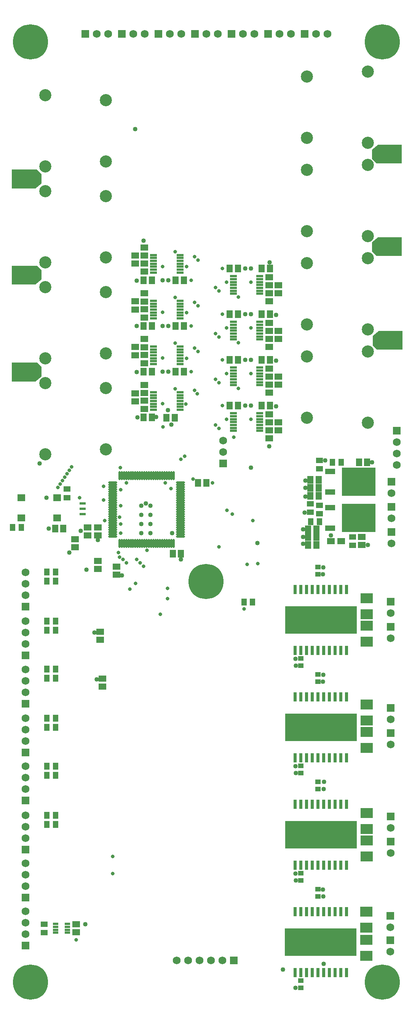
<source format=gts>
G04*
G04 #@! TF.GenerationSoftware,Altium Limited,Altium Designer,19.0.15 (446)*
G04*
G04 Layer_Color=8388736*
%FSLAX25Y25*%
%MOIN*%
G70*
G01*
G75*
%ADD20R,0.29800X0.24800*%
%ADD21R,0.09068X0.04540*%
%ADD22R,0.05328X0.06509*%
%ADD23R,0.04934X0.06312*%
%ADD24R,0.06312X0.02178*%
%ADD25R,0.04737X0.04343*%
%ADD26R,0.06902X0.05918*%
%ADD27R,0.05131X0.02375*%
%ADD28R,0.05524X0.02375*%
%ADD29R,0.10642X0.08674*%
%ADD30R,0.63000X0.24400*%
%ADD31R,0.02500X0.08300*%
%ADD32R,0.06800X0.05800*%
%ADD33R,0.06312X0.04934*%
%ADD34R,0.06509X0.05328*%
%ADD35O,0.01981X0.07887*%
%ADD36O,0.07887X0.01981*%
%ADD37R,0.06800X0.06800*%
%ADD38C,0.06800*%
%ADD39R,0.06800X0.06800*%
%ADD40C,0.30800*%
%ADD41C,0.10642*%
%ADD42C,0.04000*%
%ADD43C,0.03300*%
G36*
X26600Y563251D02*
X30400Y559451D01*
Y551069D01*
X25122Y546751D01*
X4500D01*
Y563251D01*
X26600Y563251D01*
D02*
G37*
G36*
Y647991D02*
X30400Y644191D01*
Y635809D01*
X25122Y631491D01*
X4500D01*
Y647991D01*
X26600Y647991D01*
D02*
G37*
G36*
Y732100D02*
X30400Y728300D01*
Y719918D01*
X25122Y715600D01*
X4500D01*
Y732100D01*
X26600Y732100D01*
D02*
G37*
G36*
X346400Y574509D02*
X324300Y574509D01*
X320500Y578309D01*
Y586691D01*
X325778Y591009D01*
X346400D01*
Y574509D01*
D02*
G37*
G36*
X345900Y656509D02*
X323800Y656509D01*
X320000Y660309D01*
Y668691D01*
X325278Y673009D01*
X345900D01*
Y656509D01*
D02*
G37*
G36*
Y737509D02*
X323800Y737509D01*
X320000Y741309D01*
Y749691D01*
X325278Y754009D01*
X345900D01*
Y737509D01*
D02*
G37*
D20*
X308071Y427142D02*
D03*
Y459000D02*
D03*
D21*
X283268Y418165D02*
D03*
Y436118D02*
D03*
Y467976D02*
D03*
Y450024D02*
D03*
D22*
X265957Y460543D02*
D03*
X273043D02*
D03*
X263957Y410500D02*
D03*
X271043D02*
D03*
X263957Y403727D02*
D03*
X271043D02*
D03*
X273043Y453500D02*
D03*
X265957D02*
D03*
X167657Y457900D02*
D03*
X174743D02*
D03*
X49543Y418000D02*
D03*
X42457D02*
D03*
X230429Y565457D02*
D03*
X223342D02*
D03*
X230429Y525457D02*
D03*
X223342D02*
D03*
X195343Y565457D02*
D03*
X202429D02*
D03*
X230429Y605457D02*
D03*
X223342D02*
D03*
X195343Y605457D02*
D03*
X202429D02*
D03*
X155035Y595260D02*
D03*
X147949D02*
D03*
X119949Y595260D02*
D03*
X127035D02*
D03*
X155035Y555260D02*
D03*
X147949D02*
D03*
X119949Y555260D02*
D03*
X127035D02*
D03*
X195343Y525528D02*
D03*
X202429D02*
D03*
X155035Y635382D02*
D03*
X147949D02*
D03*
X230429Y645457D02*
D03*
X223342D02*
D03*
X195343Y645457D02*
D03*
X202429D02*
D03*
X119949Y635382D02*
D03*
X127035D02*
D03*
X147043Y515000D02*
D03*
X139957D02*
D03*
X119949Y515260D02*
D03*
X127035D02*
D03*
X152543Y396000D02*
D03*
X145457D02*
D03*
X265957Y446421D02*
D03*
X273043D02*
D03*
X263957Y417087D02*
D03*
X271043D02*
D03*
X315543Y476000D02*
D03*
X308457D02*
D03*
D23*
X207760Y353500D02*
D03*
X215240D02*
D03*
X12740Y419000D02*
D03*
X5260D02*
D03*
X292740Y476000D02*
D03*
X285260D02*
D03*
X273740Y424000D02*
D03*
X266260D02*
D03*
X42740Y380000D02*
D03*
X35260D02*
D03*
X42740Y372000D02*
D03*
X35260D02*
D03*
X42740Y337000D02*
D03*
X35260D02*
D03*
X42740Y329000D02*
D03*
X35260D02*
D03*
X42740Y295000D02*
D03*
X35260D02*
D03*
Y287000D02*
D03*
X42740D02*
D03*
Y252000D02*
D03*
X35260D02*
D03*
X42740Y244000D02*
D03*
X35260D02*
D03*
X42740Y210000D02*
D03*
X35260D02*
D03*
X42740Y202000D02*
D03*
X35260D02*
D03*
X42740Y167000D02*
D03*
X35260D02*
D03*
X42740Y159000D02*
D03*
X35260D02*
D03*
D24*
X151909Y537260D02*
D03*
Y534701D02*
D03*
Y532142D02*
D03*
Y529583D02*
D03*
Y527024D02*
D03*
Y524465D02*
D03*
Y521906D02*
D03*
X128681Y521906D02*
D03*
Y524465D02*
D03*
Y527024D02*
D03*
Y529583D02*
D03*
Y532142D02*
D03*
Y534701D02*
D03*
Y537260D02*
D03*
Y577260D02*
D03*
Y574701D02*
D03*
Y572142D02*
D03*
Y569583D02*
D03*
Y567024D02*
D03*
Y564465D02*
D03*
Y561905D02*
D03*
X151909Y561905D02*
D03*
Y564465D02*
D03*
Y567024D02*
D03*
Y569583D02*
D03*
Y572142D02*
D03*
Y574701D02*
D03*
Y577260D02*
D03*
Y617260D02*
D03*
Y614701D02*
D03*
Y612142D02*
D03*
Y609583D02*
D03*
Y607024D02*
D03*
Y604465D02*
D03*
Y601905D02*
D03*
X128681Y601905D02*
D03*
Y604465D02*
D03*
Y607024D02*
D03*
Y609583D02*
D03*
Y612142D02*
D03*
Y614701D02*
D03*
Y617260D02*
D03*
Y657382D02*
D03*
Y654823D02*
D03*
Y652264D02*
D03*
Y649705D02*
D03*
Y647146D02*
D03*
Y644587D02*
D03*
Y642028D02*
D03*
X151909Y642028D02*
D03*
Y644587D02*
D03*
Y647146D02*
D03*
Y649705D02*
D03*
Y652264D02*
D03*
Y654823D02*
D03*
Y657382D02*
D03*
X198468Y623457D02*
D03*
Y626016D02*
D03*
Y628575D02*
D03*
Y631134D02*
D03*
Y633693D02*
D03*
Y636252D02*
D03*
Y638811D02*
D03*
X221697Y638811D02*
D03*
Y636252D02*
D03*
Y633693D02*
D03*
Y631134D02*
D03*
Y628575D02*
D03*
Y626016D02*
D03*
Y623457D02*
D03*
Y583457D02*
D03*
Y586016D02*
D03*
Y588575D02*
D03*
Y591134D02*
D03*
Y593693D02*
D03*
Y596252D02*
D03*
Y598811D02*
D03*
X198468Y598811D02*
D03*
Y596252D02*
D03*
Y593693D02*
D03*
Y591134D02*
D03*
Y588575D02*
D03*
Y586016D02*
D03*
Y583457D02*
D03*
Y543457D02*
D03*
Y546016D02*
D03*
Y548575D02*
D03*
Y551134D02*
D03*
Y553693D02*
D03*
Y556252D02*
D03*
Y558811D02*
D03*
X221697Y558811D02*
D03*
Y556252D02*
D03*
Y553693D02*
D03*
Y551134D02*
D03*
Y548575D02*
D03*
Y546016D02*
D03*
Y543457D02*
D03*
Y503457D02*
D03*
Y506016D02*
D03*
Y508575D02*
D03*
Y511134D02*
D03*
Y513693D02*
D03*
Y516252D02*
D03*
Y518811D02*
D03*
X198468Y518811D02*
D03*
Y516252D02*
D03*
Y513693D02*
D03*
Y511134D02*
D03*
Y508575D02*
D03*
Y506016D02*
D03*
Y503457D02*
D03*
D25*
X257500Y22150D02*
D03*
Y15850D02*
D03*
X272600Y377850D02*
D03*
Y384150D02*
D03*
X257600Y297850D02*
D03*
Y304150D02*
D03*
X272600Y290150D02*
D03*
Y283850D02*
D03*
X257600Y203850D02*
D03*
Y210150D02*
D03*
X272600Y196150D02*
D03*
Y189850D02*
D03*
X257600Y109850D02*
D03*
Y116150D02*
D03*
X272500Y102150D02*
D03*
Y95850D02*
D03*
D26*
X44248Y427142D02*
D03*
X12752D02*
D03*
X44248Y444858D02*
D03*
X12752D02*
D03*
D27*
X42882Y71839D02*
D03*
Y69279D02*
D03*
Y66720D02*
D03*
Y64161D02*
D03*
X53118Y71839D02*
D03*
Y69279D02*
D03*
Y66720D02*
D03*
Y64161D02*
D03*
D28*
X66602Y430626D02*
D03*
Y435350D02*
D03*
Y440075D02*
D03*
D29*
X315000Y44024D02*
D03*
Y58000D02*
D03*
X315124Y357000D02*
D03*
Y343024D02*
D03*
Y333000D02*
D03*
Y319024D02*
D03*
X315100Y263976D02*
D03*
Y250000D02*
D03*
Y226024D02*
D03*
Y240000D02*
D03*
Y168976D02*
D03*
Y155000D02*
D03*
Y145000D02*
D03*
Y131024D02*
D03*
X315024Y82476D02*
D03*
Y68500D02*
D03*
D30*
X275000Y56000D02*
D03*
X275100Y338000D02*
D03*
Y244000D02*
D03*
Y150000D02*
D03*
D31*
X297500Y29400D02*
D03*
X292500D02*
D03*
X287500D02*
D03*
X282500D02*
D03*
X277500D02*
D03*
X272500D02*
D03*
X267500D02*
D03*
X262500D02*
D03*
X257500D02*
D03*
X252500D02*
D03*
Y82600D02*
D03*
X257500D02*
D03*
X262500D02*
D03*
X267500D02*
D03*
X272500D02*
D03*
X277500D02*
D03*
X282500D02*
D03*
X287500D02*
D03*
X292500D02*
D03*
X297500D02*
D03*
X297600Y364600D02*
D03*
X292600D02*
D03*
X287600D02*
D03*
X282600D02*
D03*
X277600D02*
D03*
X272600D02*
D03*
X267600D02*
D03*
X262600D02*
D03*
X257600D02*
D03*
X252600D02*
D03*
Y311400D02*
D03*
X257600D02*
D03*
X262600D02*
D03*
X267600D02*
D03*
X272600D02*
D03*
X277600D02*
D03*
X282600D02*
D03*
X287600D02*
D03*
X292600D02*
D03*
X297600D02*
D03*
Y270600D02*
D03*
X292600D02*
D03*
X287600D02*
D03*
X282600D02*
D03*
X277600D02*
D03*
X272600D02*
D03*
X267600D02*
D03*
X262600D02*
D03*
X257600D02*
D03*
X252600D02*
D03*
Y217400D02*
D03*
X257600D02*
D03*
X262600D02*
D03*
X267600D02*
D03*
X272600D02*
D03*
X277600D02*
D03*
X282600D02*
D03*
X287600D02*
D03*
X292600D02*
D03*
X297600D02*
D03*
Y176600D02*
D03*
X292600D02*
D03*
X287600D02*
D03*
X282600D02*
D03*
X277600D02*
D03*
X272600D02*
D03*
X267600D02*
D03*
X262600D02*
D03*
X257600D02*
D03*
X252600D02*
D03*
Y123400D02*
D03*
X257600D02*
D03*
X262600D02*
D03*
X267600D02*
D03*
X272600D02*
D03*
X277600D02*
D03*
X282600D02*
D03*
X287600D02*
D03*
X292600D02*
D03*
X297600D02*
D03*
D32*
X284000Y407000D02*
D03*
X293000D02*
D03*
D33*
X303000Y403260D02*
D03*
Y410740D02*
D03*
X274000Y470260D02*
D03*
Y477740D02*
D03*
Y430870D02*
D03*
Y438350D02*
D03*
X266000Y439740D02*
D03*
Y432260D02*
D03*
X33000Y64260D02*
D03*
Y71740D02*
D03*
X53000Y445000D02*
D03*
Y452480D02*
D03*
D34*
X80000Y382457D02*
D03*
Y389543D02*
D03*
X60000Y408543D02*
D03*
Y401457D02*
D03*
X82000Y320457D02*
D03*
Y327543D02*
D03*
X84000Y279457D02*
D03*
Y286543D02*
D03*
X96099Y384543D02*
D03*
Y377457D02*
D03*
X237777Y551000D02*
D03*
Y543913D02*
D03*
X229874Y558000D02*
D03*
Y550913D02*
D03*
X229874Y536913D02*
D03*
Y544000D02*
D03*
X237821Y591000D02*
D03*
Y583913D02*
D03*
X229874Y576913D02*
D03*
Y584000D02*
D03*
X229874Y598000D02*
D03*
Y590913D02*
D03*
X120492Y602717D02*
D03*
Y609803D02*
D03*
X112492Y609717D02*
D03*
Y616803D02*
D03*
X120492Y623803D02*
D03*
Y616717D02*
D03*
Y583803D02*
D03*
Y576717D02*
D03*
X120492Y562717D02*
D03*
Y569803D02*
D03*
X112557Y569717D02*
D03*
Y576803D02*
D03*
X237886Y631000D02*
D03*
Y623913D02*
D03*
X229929Y616913D02*
D03*
Y624000D02*
D03*
X229874Y638000D02*
D03*
Y630913D02*
D03*
X120504Y642839D02*
D03*
Y649925D02*
D03*
X112492Y649839D02*
D03*
Y656925D02*
D03*
X120504Y663925D02*
D03*
Y656839D02*
D03*
X120492Y543563D02*
D03*
Y536476D02*
D03*
X112492Y529260D02*
D03*
Y536346D02*
D03*
X120492Y522717D02*
D03*
Y529803D02*
D03*
X229929Y518000D02*
D03*
Y510913D02*
D03*
X237886Y511000D02*
D03*
Y503913D02*
D03*
X229874Y496913D02*
D03*
Y504000D02*
D03*
X311000Y403457D02*
D03*
Y410543D02*
D03*
X61000Y64457D02*
D03*
Y71543D02*
D03*
X80000Y419043D02*
D03*
Y411957D02*
D03*
X71000Y419043D02*
D03*
Y411957D02*
D03*
D35*
X98878Y464335D02*
D03*
X100847D02*
D03*
X102815D02*
D03*
X104783D02*
D03*
X106752D02*
D03*
X108721D02*
D03*
X110689D02*
D03*
X112657D02*
D03*
X114626D02*
D03*
X116595D02*
D03*
X118563D02*
D03*
X120531D02*
D03*
X122500D02*
D03*
X124469D02*
D03*
X126437D02*
D03*
X128405D02*
D03*
X130374D02*
D03*
X132343D02*
D03*
X134311D02*
D03*
X136279D02*
D03*
X138248D02*
D03*
X140217D02*
D03*
X142185D02*
D03*
X144153D02*
D03*
X146122D02*
D03*
Y404886D02*
D03*
X144153D02*
D03*
X142185D02*
D03*
X140217D02*
D03*
X138248D02*
D03*
X136279D02*
D03*
X134311D02*
D03*
X132343D02*
D03*
X130374D02*
D03*
X128405D02*
D03*
X126437D02*
D03*
X124469D02*
D03*
X122500D02*
D03*
X120531D02*
D03*
X118563D02*
D03*
X116595D02*
D03*
X114626D02*
D03*
X112657D02*
D03*
X110689D02*
D03*
X108721D02*
D03*
X106752D02*
D03*
X104783D02*
D03*
X102815D02*
D03*
X100847D02*
D03*
X98878D02*
D03*
D36*
X152224Y458232D02*
D03*
Y456264D02*
D03*
Y454295D02*
D03*
Y452327D02*
D03*
Y450358D02*
D03*
Y448390D02*
D03*
Y446421D02*
D03*
Y444453D02*
D03*
Y442484D02*
D03*
Y440516D02*
D03*
Y438547D02*
D03*
Y436579D02*
D03*
Y434610D02*
D03*
Y432642D02*
D03*
Y430673D02*
D03*
Y428705D02*
D03*
Y426736D02*
D03*
Y424768D02*
D03*
Y422799D02*
D03*
Y420831D02*
D03*
Y418862D02*
D03*
Y416894D02*
D03*
Y414925D02*
D03*
Y412957D02*
D03*
Y410988D02*
D03*
X92776D02*
D03*
Y412957D02*
D03*
Y414925D02*
D03*
Y416894D02*
D03*
Y418862D02*
D03*
Y420831D02*
D03*
Y422799D02*
D03*
Y424768D02*
D03*
Y426736D02*
D03*
Y428705D02*
D03*
Y430673D02*
D03*
Y432642D02*
D03*
Y434610D02*
D03*
Y436579D02*
D03*
Y438547D02*
D03*
Y440516D02*
D03*
Y442484D02*
D03*
Y444453D02*
D03*
Y446421D02*
D03*
Y448390D02*
D03*
Y450358D02*
D03*
Y452327D02*
D03*
Y454295D02*
D03*
Y456264D02*
D03*
Y458232D02*
D03*
D37*
X189500Y475000D02*
D03*
X341500Y503500D02*
D03*
X16500Y349500D02*
D03*
X336100Y354000D02*
D03*
X337000Y459000D02*
D03*
X16500Y53000D02*
D03*
Y95000D02*
D03*
X337000Y437000D02*
D03*
Y414913D02*
D03*
X336100Y332000D02*
D03*
Y261000D02*
D03*
Y239000D02*
D03*
Y166000D02*
D03*
Y144000D02*
D03*
X336000Y79000D02*
D03*
Y57500D02*
D03*
X16500Y307000D02*
D03*
Y264500D02*
D03*
Y222000D02*
D03*
Y180000D02*
D03*
Y137000D02*
D03*
D38*
X189500Y485000D02*
D03*
Y495000D02*
D03*
X341500Y473500D02*
D03*
Y483500D02*
D03*
Y493500D02*
D03*
X281000Y851000D02*
D03*
X271000D02*
D03*
X239000D02*
D03*
X249000D02*
D03*
X207000D02*
D03*
X217000D02*
D03*
X185000D02*
D03*
X175000D02*
D03*
X153000D02*
D03*
X143000D02*
D03*
X111000D02*
D03*
X121000D02*
D03*
X89000D02*
D03*
X79000D02*
D03*
X16500Y359500D02*
D03*
Y369500D02*
D03*
Y379500D02*
D03*
X336100Y344000D02*
D03*
X337000Y449000D02*
D03*
X149000Y40000D02*
D03*
X159000D02*
D03*
X189000D02*
D03*
X179000D02*
D03*
X169000D02*
D03*
X16500Y63000D02*
D03*
Y73000D02*
D03*
Y83000D02*
D03*
Y105000D02*
D03*
Y115000D02*
D03*
Y125000D02*
D03*
X337000Y427000D02*
D03*
Y404913D02*
D03*
X336100Y322000D02*
D03*
Y251000D02*
D03*
Y229000D02*
D03*
Y156000D02*
D03*
Y134000D02*
D03*
X336000Y69000D02*
D03*
Y47500D02*
D03*
X16500Y337000D02*
D03*
Y327000D02*
D03*
Y317000D02*
D03*
Y294500D02*
D03*
Y284500D02*
D03*
Y274500D02*
D03*
Y252000D02*
D03*
Y242000D02*
D03*
Y232000D02*
D03*
Y210000D02*
D03*
Y200000D02*
D03*
Y190000D02*
D03*
Y167000D02*
D03*
Y157000D02*
D03*
Y147000D02*
D03*
D39*
X261000Y851000D02*
D03*
X229000D02*
D03*
X197000D02*
D03*
X165000D02*
D03*
X133000D02*
D03*
X101000D02*
D03*
X69000D02*
D03*
X199000Y40000D02*
D03*
D40*
X174500Y371500D02*
D03*
X21000Y844000D02*
D03*
X329000D02*
D03*
Y21000D02*
D03*
X21000D02*
D03*
D41*
X316150Y510669D02*
D03*
Y572874D02*
D03*
X263000Y568543D02*
D03*
Y515000D02*
D03*
X33850Y545205D02*
D03*
Y483000D02*
D03*
X87000Y487331D02*
D03*
Y540874D02*
D03*
Y624874D02*
D03*
Y571331D02*
D03*
X33850Y567000D02*
D03*
Y629205D02*
D03*
Y713205D02*
D03*
Y651000D02*
D03*
X87000Y655331D02*
D03*
Y708874D02*
D03*
Y792874D02*
D03*
Y739331D02*
D03*
X33850Y735000D02*
D03*
Y797205D02*
D03*
X316150Y755669D02*
D03*
Y817874D02*
D03*
X263000Y813543D02*
D03*
Y760000D02*
D03*
Y678228D02*
D03*
Y731772D02*
D03*
X316150Y736102D02*
D03*
Y673898D02*
D03*
Y592354D02*
D03*
Y654559D02*
D03*
X263000Y650228D02*
D03*
Y596685D02*
D03*
D42*
X298000Y419000D02*
D03*
X308457D02*
D03*
X319000D02*
D03*
Y427000D02*
D03*
X308373Y427189D02*
D03*
X298000Y427000D02*
D03*
X308000Y435000D02*
D03*
X319000D02*
D03*
X298000D02*
D03*
X308500Y451000D02*
D03*
X298871D02*
D03*
X318000D02*
D03*
Y459000D02*
D03*
X298871D02*
D03*
X308457D02*
D03*
Y467000D02*
D03*
X299000D02*
D03*
X318000D02*
D03*
X320000Y476000D02*
D03*
X277100Y384000D02*
D03*
X277000Y378000D02*
D03*
X278000Y196150D02*
D03*
X277600Y189850D02*
D03*
X213886Y471300D02*
D03*
X261500Y460000D02*
D03*
Y453500D02*
D03*
X219500Y405130D02*
D03*
X261500Y446000D02*
D03*
X279000Y477500D02*
D03*
X259393Y404500D02*
D03*
Y410500D02*
D03*
X242000Y32000D02*
D03*
X261000Y432000D02*
D03*
X77000Y327000D02*
D03*
X277500Y37000D02*
D03*
X69000Y71740D02*
D03*
X112500Y767500D02*
D03*
X122000Y440000D02*
D03*
X145000Y414000D02*
D03*
X118000Y438000D02*
D03*
Y414000D02*
D03*
X126000Y438000D02*
D03*
Y430000D02*
D03*
Y422000D02*
D03*
Y414000D02*
D03*
X118000Y422000D02*
D03*
Y430000D02*
D03*
X230000Y490000D02*
D03*
X236000Y525000D02*
D03*
Y565000D02*
D03*
Y605000D02*
D03*
X230152Y651000D02*
D03*
X120000Y670000D02*
D03*
X114000Y635000D02*
D03*
Y595260D02*
D03*
Y555000D02*
D03*
X29000Y475000D02*
D03*
X35000Y444858D02*
D03*
X136492Y555260D02*
D03*
Y595260D02*
D03*
X136492Y635260D02*
D03*
X213886Y645457D02*
D03*
Y605457D02*
D03*
Y565457D02*
D03*
X213886Y525457D02*
D03*
X141121Y521452D02*
D03*
X141492Y555260D02*
D03*
Y595260D02*
D03*
Y635260D02*
D03*
X208886Y645457D02*
D03*
Y605457D02*
D03*
Y565457D02*
D03*
Y525457D02*
D03*
X37000Y418000D02*
D03*
X55000Y397000D02*
D03*
X70000Y382000D02*
D03*
X101000Y377000D02*
D03*
X79000Y286000D02*
D03*
X65000Y416000D02*
D03*
X80000Y407776D02*
D03*
X292500Y47000D02*
D03*
X114492Y515260D02*
D03*
X131000Y515531D02*
D03*
X253000Y116000D02*
D03*
Y210000D02*
D03*
Y304000D02*
D03*
X277100Y96000D02*
D03*
X277000Y284000D02*
D03*
X152543Y391000D02*
D03*
X316150Y403500D02*
D03*
X259500Y417130D02*
D03*
X284000Y412000D02*
D03*
X253000Y16000D02*
D03*
X253100Y110000D02*
D03*
Y204000D02*
D03*
Y298000D02*
D03*
X277000Y102000D02*
D03*
X277100Y290000D02*
D03*
X280000Y65000D02*
D03*
Y56000D02*
D03*
Y47000D02*
D03*
X265000D02*
D03*
Y56000D02*
D03*
Y65000D02*
D03*
X252500Y56000D02*
D03*
X292500D02*
D03*
Y65000D02*
D03*
X252500Y47000D02*
D03*
Y65000D02*
D03*
X265100Y159000D02*
D03*
Y150000D02*
D03*
Y141000D02*
D03*
X280100D02*
D03*
Y150000D02*
D03*
Y159000D02*
D03*
X292600Y150000D02*
D03*
Y159000D02*
D03*
Y141000D02*
D03*
X252600D02*
D03*
Y150000D02*
D03*
Y159000D02*
D03*
X280100Y253000D02*
D03*
Y244000D02*
D03*
Y235000D02*
D03*
X265100D02*
D03*
Y244000D02*
D03*
Y253000D02*
D03*
X292600Y235000D02*
D03*
Y244000D02*
D03*
Y253000D02*
D03*
X252600Y244000D02*
D03*
Y235000D02*
D03*
Y253000D02*
D03*
X280100Y347000D02*
D03*
X265100D02*
D03*
X280100Y329000D02*
D03*
X265100D02*
D03*
X280100Y338000D02*
D03*
X265100D02*
D03*
X292600D02*
D03*
Y347000D02*
D03*
Y329000D02*
D03*
X252600Y338000D02*
D03*
Y329000D02*
D03*
Y347000D02*
D03*
X144043Y509000D02*
D03*
D43*
X105000Y457795D02*
D03*
X152500Y478500D02*
D03*
X156000Y481217D02*
D03*
X163100Y461200D02*
D03*
X180100Y457900D02*
D03*
X186000Y505457D02*
D03*
X183000Y508457D02*
D03*
X219750Y387250D02*
D03*
X207800Y347500D02*
D03*
X134500Y343024D02*
D03*
X141000Y356500D02*
D03*
Y365500D02*
D03*
X186000Y402000D02*
D03*
X210500Y386500D02*
D03*
X197500Y430500D02*
D03*
X193000Y434000D02*
D03*
X215500Y425000D02*
D03*
X61000Y58000D02*
D03*
X199000Y498000D02*
D03*
X99600Y471200D02*
D03*
X84900Y442900D02*
D03*
X157000Y527024D02*
D03*
X157500Y567024D02*
D03*
Y607024D02*
D03*
Y647146D02*
D03*
X192500Y633693D02*
D03*
Y593693D02*
D03*
Y553693D02*
D03*
Y513693D02*
D03*
X186000Y626016D02*
D03*
X183000Y628766D02*
D03*
X213886Y633457D02*
D03*
Y593457D02*
D03*
X186000Y585457D02*
D03*
X183000Y588457D02*
D03*
X186000Y545457D02*
D03*
X183000Y548457D02*
D03*
X213886Y553457D02*
D03*
Y513457D02*
D03*
X164520Y655780D02*
D03*
X167563Y652779D02*
D03*
X164520Y615779D02*
D03*
X167563Y612780D02*
D03*
Y572780D02*
D03*
X164563Y575779D02*
D03*
Y539000D02*
D03*
X167000Y536000D02*
D03*
X85000Y455000D02*
D03*
X108003Y365000D02*
D03*
X113000Y370000D02*
D03*
X100000Y422000D02*
D03*
X137000Y507000D02*
D03*
X139000Y458000D02*
D03*
X100000Y414000D02*
D03*
Y438000D02*
D03*
Y452000D02*
D03*
X144000Y453000D02*
D03*
X86000Y425000D02*
D03*
X136492Y647260D02*
D03*
Y607260D02*
D03*
Y567260D02*
D03*
Y527260D02*
D03*
X119949Y385000D02*
D03*
X117000Y388000D02*
D03*
X123000Y399000D02*
D03*
X114000Y391000D02*
D03*
X98000Y397000D02*
D03*
X102000Y391000D02*
D03*
X99000Y393000D02*
D03*
X105000Y388000D02*
D03*
X64000Y444929D02*
D03*
X49000Y460000D02*
D03*
X47000Y457000D02*
D03*
X99000Y428000D02*
D03*
X45000Y454000D02*
D03*
X57000Y472000D02*
D03*
X55000Y469000D02*
D03*
X53000Y466000D02*
D03*
X51000Y463000D02*
D03*
X93000Y131000D02*
D03*
Y116031D02*
D03*
X161492Y595260D02*
D03*
Y635382D02*
D03*
X202886Y540457D02*
D03*
Y580457D02*
D03*
Y620457D02*
D03*
X147492Y660260D02*
D03*
Y620260D02*
D03*
Y580260D02*
D03*
Y540260D02*
D03*
X188886Y525528D02*
D03*
Y565457D02*
D03*
Y605457D02*
D03*
Y645457D02*
D03*
X161492Y555260D02*
D03*
M02*

</source>
